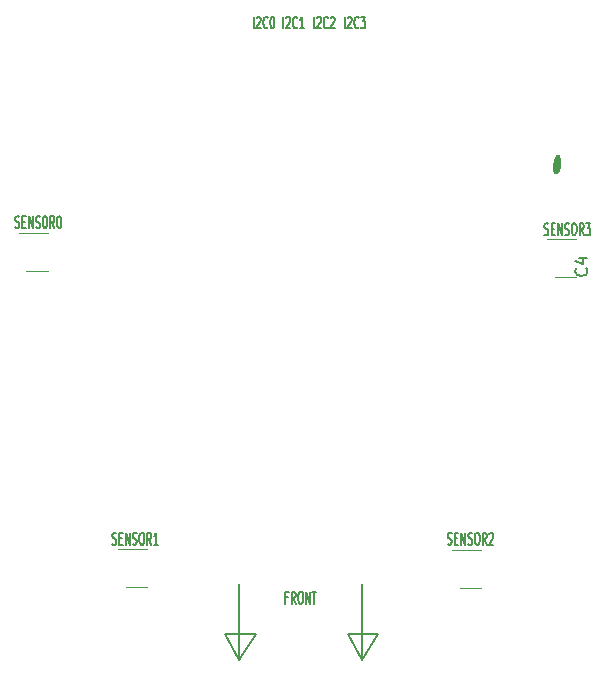
<source format=gbr>
G04 #@! TF.GenerationSoftware,KiCad,Pcbnew,5.1.2-f72e74a~84~ubuntu18.04.1*
G04 #@! TF.CreationDate,2019-09-23T03:00:40+02:00*
G04 #@! TF.ProjectId,roboy_3.0_40mm_ball_sensor,726f626f-795f-4332-9e30-5f34306d6d5f,rev?*
G04 #@! TF.SameCoordinates,Original*
G04 #@! TF.FileFunction,Legend,Top*
G04 #@! TF.FilePolarity,Positive*
%FSLAX46Y46*%
G04 Gerber Fmt 4.6, Leading zero omitted, Abs format (unit mm)*
G04 Created by KiCad (PCBNEW 5.1.2-f72e74a~84~ubuntu18.04.1) date 2019-09-23 03:00:40*
%MOMM*%
%LPD*%
G04 APERTURE LIST*
%ADD10C,0.200000*%
%ADD11C,0.150000*%
%ADD12C,0.120000*%
%ADD13C,0.010000*%
G04 APERTURE END LIST*
D10*
X156600000Y-124800000D02*
X154000000Y-124800000D01*
X155200000Y-120600000D02*
X155200000Y-127000000D01*
X155200000Y-127000000D02*
X156600000Y-124800000D01*
X154000000Y-124800000D02*
X155200000Y-127000000D01*
D11*
X159328571Y-121728571D02*
X159128571Y-121728571D01*
X159128571Y-122252380D02*
X159128571Y-121252380D01*
X159414285Y-121252380D01*
X159985714Y-122252380D02*
X159785714Y-121776190D01*
X159642857Y-122252380D02*
X159642857Y-121252380D01*
X159871428Y-121252380D01*
X159928571Y-121300000D01*
X159957142Y-121347619D01*
X159985714Y-121442857D01*
X159985714Y-121585714D01*
X159957142Y-121680952D01*
X159928571Y-121728571D01*
X159871428Y-121776190D01*
X159642857Y-121776190D01*
X160357142Y-121252380D02*
X160471428Y-121252380D01*
X160528571Y-121300000D01*
X160585714Y-121395238D01*
X160614285Y-121585714D01*
X160614285Y-121919047D01*
X160585714Y-122109523D01*
X160528571Y-122204761D01*
X160471428Y-122252380D01*
X160357142Y-122252380D01*
X160300000Y-122204761D01*
X160242857Y-122109523D01*
X160214285Y-121919047D01*
X160214285Y-121585714D01*
X160242857Y-121395238D01*
X160300000Y-121300000D01*
X160357142Y-121252380D01*
X160871428Y-122252380D02*
X160871428Y-121252380D01*
X161214285Y-122252380D01*
X161214285Y-121252380D01*
X161414285Y-121252380D02*
X161757142Y-121252380D01*
X161585714Y-122252380D02*
X161585714Y-121252380D01*
D10*
X164400000Y-124800000D02*
X165600000Y-127000000D01*
X167000000Y-124800000D02*
X164400000Y-124800000D01*
X165600000Y-127000000D02*
X167000000Y-124800000D01*
X165600000Y-120600000D02*
X165600000Y-127000000D01*
D11*
X181057142Y-91004761D02*
X181142857Y-91052380D01*
X181285714Y-91052380D01*
X181342857Y-91004761D01*
X181371428Y-90957142D01*
X181400000Y-90861904D01*
X181400000Y-90766666D01*
X181371428Y-90671428D01*
X181342857Y-90623809D01*
X181285714Y-90576190D01*
X181171428Y-90528571D01*
X181114285Y-90480952D01*
X181085714Y-90433333D01*
X181057142Y-90338095D01*
X181057142Y-90242857D01*
X181085714Y-90147619D01*
X181114285Y-90100000D01*
X181171428Y-90052380D01*
X181314285Y-90052380D01*
X181400000Y-90100000D01*
X181657142Y-90528571D02*
X181857142Y-90528571D01*
X181942857Y-91052380D02*
X181657142Y-91052380D01*
X181657142Y-90052380D01*
X181942857Y-90052380D01*
X182200000Y-91052380D02*
X182200000Y-90052380D01*
X182542857Y-91052380D01*
X182542857Y-90052380D01*
X182800000Y-91004761D02*
X182885714Y-91052380D01*
X183028571Y-91052380D01*
X183085714Y-91004761D01*
X183114285Y-90957142D01*
X183142857Y-90861904D01*
X183142857Y-90766666D01*
X183114285Y-90671428D01*
X183085714Y-90623809D01*
X183028571Y-90576190D01*
X182914285Y-90528571D01*
X182857142Y-90480952D01*
X182828571Y-90433333D01*
X182800000Y-90338095D01*
X182800000Y-90242857D01*
X182828571Y-90147619D01*
X182857142Y-90100000D01*
X182914285Y-90052380D01*
X183057142Y-90052380D01*
X183142857Y-90100000D01*
X183514285Y-90052380D02*
X183628571Y-90052380D01*
X183685714Y-90100000D01*
X183742857Y-90195238D01*
X183771428Y-90385714D01*
X183771428Y-90719047D01*
X183742857Y-90909523D01*
X183685714Y-91004761D01*
X183628571Y-91052380D01*
X183514285Y-91052380D01*
X183457142Y-91004761D01*
X183400000Y-90909523D01*
X183371428Y-90719047D01*
X183371428Y-90385714D01*
X183400000Y-90195238D01*
X183457142Y-90100000D01*
X183514285Y-90052380D01*
X184371428Y-91052380D02*
X184171428Y-90576190D01*
X184028571Y-91052380D02*
X184028571Y-90052380D01*
X184257142Y-90052380D01*
X184314285Y-90100000D01*
X184342857Y-90147619D01*
X184371428Y-90242857D01*
X184371428Y-90385714D01*
X184342857Y-90480952D01*
X184314285Y-90528571D01*
X184257142Y-90576190D01*
X184028571Y-90576190D01*
X184571428Y-90052380D02*
X184942857Y-90052380D01*
X184742857Y-90433333D01*
X184828571Y-90433333D01*
X184885714Y-90480952D01*
X184914285Y-90528571D01*
X184942857Y-90623809D01*
X184942857Y-90861904D01*
X184914285Y-90957142D01*
X184885714Y-91004761D01*
X184828571Y-91052380D01*
X184657142Y-91052380D01*
X184600000Y-91004761D01*
X184571428Y-90957142D01*
X172857142Y-117204761D02*
X172942857Y-117252380D01*
X173085714Y-117252380D01*
X173142857Y-117204761D01*
X173171428Y-117157142D01*
X173200000Y-117061904D01*
X173200000Y-116966666D01*
X173171428Y-116871428D01*
X173142857Y-116823809D01*
X173085714Y-116776190D01*
X172971428Y-116728571D01*
X172914285Y-116680952D01*
X172885714Y-116633333D01*
X172857142Y-116538095D01*
X172857142Y-116442857D01*
X172885714Y-116347619D01*
X172914285Y-116300000D01*
X172971428Y-116252380D01*
X173114285Y-116252380D01*
X173200000Y-116300000D01*
X173457142Y-116728571D02*
X173657142Y-116728571D01*
X173742857Y-117252380D02*
X173457142Y-117252380D01*
X173457142Y-116252380D01*
X173742857Y-116252380D01*
X174000000Y-117252380D02*
X174000000Y-116252380D01*
X174342857Y-117252380D01*
X174342857Y-116252380D01*
X174600000Y-117204761D02*
X174685714Y-117252380D01*
X174828571Y-117252380D01*
X174885714Y-117204761D01*
X174914285Y-117157142D01*
X174942857Y-117061904D01*
X174942857Y-116966666D01*
X174914285Y-116871428D01*
X174885714Y-116823809D01*
X174828571Y-116776190D01*
X174714285Y-116728571D01*
X174657142Y-116680952D01*
X174628571Y-116633333D01*
X174600000Y-116538095D01*
X174600000Y-116442857D01*
X174628571Y-116347619D01*
X174657142Y-116300000D01*
X174714285Y-116252380D01*
X174857142Y-116252380D01*
X174942857Y-116300000D01*
X175314285Y-116252380D02*
X175428571Y-116252380D01*
X175485714Y-116300000D01*
X175542857Y-116395238D01*
X175571428Y-116585714D01*
X175571428Y-116919047D01*
X175542857Y-117109523D01*
X175485714Y-117204761D01*
X175428571Y-117252380D01*
X175314285Y-117252380D01*
X175257142Y-117204761D01*
X175200000Y-117109523D01*
X175171428Y-116919047D01*
X175171428Y-116585714D01*
X175200000Y-116395238D01*
X175257142Y-116300000D01*
X175314285Y-116252380D01*
X176171428Y-117252380D02*
X175971428Y-116776190D01*
X175828571Y-117252380D02*
X175828571Y-116252380D01*
X176057142Y-116252380D01*
X176114285Y-116300000D01*
X176142857Y-116347619D01*
X176171428Y-116442857D01*
X176171428Y-116585714D01*
X176142857Y-116680952D01*
X176114285Y-116728571D01*
X176057142Y-116776190D01*
X175828571Y-116776190D01*
X176400000Y-116347619D02*
X176428571Y-116300000D01*
X176485714Y-116252380D01*
X176628571Y-116252380D01*
X176685714Y-116300000D01*
X176714285Y-116347619D01*
X176742857Y-116442857D01*
X176742857Y-116538095D01*
X176714285Y-116680952D01*
X176371428Y-117252380D01*
X176742857Y-117252380D01*
X144457142Y-117204761D02*
X144542857Y-117252380D01*
X144685714Y-117252380D01*
X144742857Y-117204761D01*
X144771428Y-117157142D01*
X144800000Y-117061904D01*
X144800000Y-116966666D01*
X144771428Y-116871428D01*
X144742857Y-116823809D01*
X144685714Y-116776190D01*
X144571428Y-116728571D01*
X144514285Y-116680952D01*
X144485714Y-116633333D01*
X144457142Y-116538095D01*
X144457142Y-116442857D01*
X144485714Y-116347619D01*
X144514285Y-116300000D01*
X144571428Y-116252380D01*
X144714285Y-116252380D01*
X144800000Y-116300000D01*
X145057142Y-116728571D02*
X145257142Y-116728571D01*
X145342857Y-117252380D02*
X145057142Y-117252380D01*
X145057142Y-116252380D01*
X145342857Y-116252380D01*
X145600000Y-117252380D02*
X145600000Y-116252380D01*
X145942857Y-117252380D01*
X145942857Y-116252380D01*
X146200000Y-117204761D02*
X146285714Y-117252380D01*
X146428571Y-117252380D01*
X146485714Y-117204761D01*
X146514285Y-117157142D01*
X146542857Y-117061904D01*
X146542857Y-116966666D01*
X146514285Y-116871428D01*
X146485714Y-116823809D01*
X146428571Y-116776190D01*
X146314285Y-116728571D01*
X146257142Y-116680952D01*
X146228571Y-116633333D01*
X146200000Y-116538095D01*
X146200000Y-116442857D01*
X146228571Y-116347619D01*
X146257142Y-116300000D01*
X146314285Y-116252380D01*
X146457142Y-116252380D01*
X146542857Y-116300000D01*
X146914285Y-116252380D02*
X147028571Y-116252380D01*
X147085714Y-116300000D01*
X147142857Y-116395238D01*
X147171428Y-116585714D01*
X147171428Y-116919047D01*
X147142857Y-117109523D01*
X147085714Y-117204761D01*
X147028571Y-117252380D01*
X146914285Y-117252380D01*
X146857142Y-117204761D01*
X146800000Y-117109523D01*
X146771428Y-116919047D01*
X146771428Y-116585714D01*
X146800000Y-116395238D01*
X146857142Y-116300000D01*
X146914285Y-116252380D01*
X147771428Y-117252380D02*
X147571428Y-116776190D01*
X147428571Y-117252380D02*
X147428571Y-116252380D01*
X147657142Y-116252380D01*
X147714285Y-116300000D01*
X147742857Y-116347619D01*
X147771428Y-116442857D01*
X147771428Y-116585714D01*
X147742857Y-116680952D01*
X147714285Y-116728571D01*
X147657142Y-116776190D01*
X147428571Y-116776190D01*
X148342857Y-117252380D02*
X148000000Y-117252380D01*
X148171428Y-117252380D02*
X148171428Y-116252380D01*
X148114285Y-116395238D01*
X148057142Y-116490476D01*
X148000000Y-116538095D01*
X136257142Y-90404761D02*
X136342857Y-90452380D01*
X136485714Y-90452380D01*
X136542857Y-90404761D01*
X136571428Y-90357142D01*
X136600000Y-90261904D01*
X136600000Y-90166666D01*
X136571428Y-90071428D01*
X136542857Y-90023809D01*
X136485714Y-89976190D01*
X136371428Y-89928571D01*
X136314285Y-89880952D01*
X136285714Y-89833333D01*
X136257142Y-89738095D01*
X136257142Y-89642857D01*
X136285714Y-89547619D01*
X136314285Y-89500000D01*
X136371428Y-89452380D01*
X136514285Y-89452380D01*
X136600000Y-89500000D01*
X136857142Y-89928571D02*
X137057142Y-89928571D01*
X137142857Y-90452380D02*
X136857142Y-90452380D01*
X136857142Y-89452380D01*
X137142857Y-89452380D01*
X137400000Y-90452380D02*
X137400000Y-89452380D01*
X137742857Y-90452380D01*
X137742857Y-89452380D01*
X138000000Y-90404761D02*
X138085714Y-90452380D01*
X138228571Y-90452380D01*
X138285714Y-90404761D01*
X138314285Y-90357142D01*
X138342857Y-90261904D01*
X138342857Y-90166666D01*
X138314285Y-90071428D01*
X138285714Y-90023809D01*
X138228571Y-89976190D01*
X138114285Y-89928571D01*
X138057142Y-89880952D01*
X138028571Y-89833333D01*
X138000000Y-89738095D01*
X138000000Y-89642857D01*
X138028571Y-89547619D01*
X138057142Y-89500000D01*
X138114285Y-89452380D01*
X138257142Y-89452380D01*
X138342857Y-89500000D01*
X138714285Y-89452380D02*
X138828571Y-89452380D01*
X138885714Y-89500000D01*
X138942857Y-89595238D01*
X138971428Y-89785714D01*
X138971428Y-90119047D01*
X138942857Y-90309523D01*
X138885714Y-90404761D01*
X138828571Y-90452380D01*
X138714285Y-90452380D01*
X138657142Y-90404761D01*
X138600000Y-90309523D01*
X138571428Y-90119047D01*
X138571428Y-89785714D01*
X138600000Y-89595238D01*
X138657142Y-89500000D01*
X138714285Y-89452380D01*
X139571428Y-90452380D02*
X139371428Y-89976190D01*
X139228571Y-90452380D02*
X139228571Y-89452380D01*
X139457142Y-89452380D01*
X139514285Y-89500000D01*
X139542857Y-89547619D01*
X139571428Y-89642857D01*
X139571428Y-89785714D01*
X139542857Y-89880952D01*
X139514285Y-89928571D01*
X139457142Y-89976190D01*
X139228571Y-89976190D01*
X139942857Y-89452380D02*
X140000000Y-89452380D01*
X140057142Y-89500000D01*
X140085714Y-89547619D01*
X140114285Y-89642857D01*
X140142857Y-89833333D01*
X140142857Y-90071428D01*
X140114285Y-90261904D01*
X140085714Y-90357142D01*
X140057142Y-90404761D01*
X140000000Y-90452380D01*
X139942857Y-90452380D01*
X139885714Y-90404761D01*
X139857142Y-90357142D01*
X139828571Y-90261904D01*
X139800000Y-90071428D01*
X139800000Y-89833333D01*
X139828571Y-89642857D01*
X139857142Y-89547619D01*
X139885714Y-89500000D01*
X139942857Y-89452380D01*
X156428571Y-73552380D02*
X156428571Y-72552380D01*
X156685714Y-72647619D02*
X156714285Y-72600000D01*
X156771428Y-72552380D01*
X156914285Y-72552380D01*
X156971428Y-72600000D01*
X157000000Y-72647619D01*
X157028571Y-72742857D01*
X157028571Y-72838095D01*
X157000000Y-72980952D01*
X156657142Y-73552380D01*
X157028571Y-73552380D01*
X157628571Y-73457142D02*
X157600000Y-73504761D01*
X157514285Y-73552380D01*
X157457142Y-73552380D01*
X157371428Y-73504761D01*
X157314285Y-73409523D01*
X157285714Y-73314285D01*
X157257142Y-73123809D01*
X157257142Y-72980952D01*
X157285714Y-72790476D01*
X157314285Y-72695238D01*
X157371428Y-72600000D01*
X157457142Y-72552380D01*
X157514285Y-72552380D01*
X157600000Y-72600000D01*
X157628571Y-72647619D01*
X158000000Y-72552380D02*
X158057142Y-72552380D01*
X158114285Y-72600000D01*
X158142857Y-72647619D01*
X158171428Y-72742857D01*
X158200000Y-72933333D01*
X158200000Y-73171428D01*
X158171428Y-73361904D01*
X158142857Y-73457142D01*
X158114285Y-73504761D01*
X158057142Y-73552380D01*
X158000000Y-73552380D01*
X157942857Y-73504761D01*
X157914285Y-73457142D01*
X157885714Y-73361904D01*
X157857142Y-73171428D01*
X157857142Y-72933333D01*
X157885714Y-72742857D01*
X157914285Y-72647619D01*
X157942857Y-72600000D01*
X158000000Y-72552380D01*
X158928571Y-73552380D02*
X158928571Y-72552380D01*
X159185714Y-72647619D02*
X159214285Y-72600000D01*
X159271428Y-72552380D01*
X159414285Y-72552380D01*
X159471428Y-72600000D01*
X159500000Y-72647619D01*
X159528571Y-72742857D01*
X159528571Y-72838095D01*
X159500000Y-72980952D01*
X159157142Y-73552380D01*
X159528571Y-73552380D01*
X160128571Y-73457142D02*
X160100000Y-73504761D01*
X160014285Y-73552380D01*
X159957142Y-73552380D01*
X159871428Y-73504761D01*
X159814285Y-73409523D01*
X159785714Y-73314285D01*
X159757142Y-73123809D01*
X159757142Y-72980952D01*
X159785714Y-72790476D01*
X159814285Y-72695238D01*
X159871428Y-72600000D01*
X159957142Y-72552380D01*
X160014285Y-72552380D01*
X160100000Y-72600000D01*
X160128571Y-72647619D01*
X160700000Y-73552380D02*
X160357142Y-73552380D01*
X160528571Y-73552380D02*
X160528571Y-72552380D01*
X160471428Y-72695238D01*
X160414285Y-72790476D01*
X160357142Y-72838095D01*
X164128571Y-73552380D02*
X164128571Y-72552380D01*
X164385714Y-72647619D02*
X164414285Y-72600000D01*
X164471428Y-72552380D01*
X164614285Y-72552380D01*
X164671428Y-72600000D01*
X164700000Y-72647619D01*
X164728571Y-72742857D01*
X164728571Y-72838095D01*
X164700000Y-72980952D01*
X164357142Y-73552380D01*
X164728571Y-73552380D01*
X165328571Y-73457142D02*
X165300000Y-73504761D01*
X165214285Y-73552380D01*
X165157142Y-73552380D01*
X165071428Y-73504761D01*
X165014285Y-73409523D01*
X164985714Y-73314285D01*
X164957142Y-73123809D01*
X164957142Y-72980952D01*
X164985714Y-72790476D01*
X165014285Y-72695238D01*
X165071428Y-72600000D01*
X165157142Y-72552380D01*
X165214285Y-72552380D01*
X165300000Y-72600000D01*
X165328571Y-72647619D01*
X165528571Y-72552380D02*
X165900000Y-72552380D01*
X165700000Y-72933333D01*
X165785714Y-72933333D01*
X165842857Y-72980952D01*
X165871428Y-73028571D01*
X165900000Y-73123809D01*
X165900000Y-73361904D01*
X165871428Y-73457142D01*
X165842857Y-73504761D01*
X165785714Y-73552380D01*
X165614285Y-73552380D01*
X165557142Y-73504761D01*
X165528571Y-73457142D01*
X161528571Y-73552380D02*
X161528571Y-72552380D01*
X161785714Y-72647619D02*
X161814285Y-72600000D01*
X161871428Y-72552380D01*
X162014285Y-72552380D01*
X162071428Y-72600000D01*
X162100000Y-72647619D01*
X162128571Y-72742857D01*
X162128571Y-72838095D01*
X162100000Y-72980952D01*
X161757142Y-73552380D01*
X162128571Y-73552380D01*
X162728571Y-73457142D02*
X162700000Y-73504761D01*
X162614285Y-73552380D01*
X162557142Y-73552380D01*
X162471428Y-73504761D01*
X162414285Y-73409523D01*
X162385714Y-73314285D01*
X162357142Y-73123809D01*
X162357142Y-72980952D01*
X162385714Y-72790476D01*
X162414285Y-72695238D01*
X162471428Y-72600000D01*
X162557142Y-72552380D01*
X162614285Y-72552380D01*
X162700000Y-72600000D01*
X162728571Y-72647619D01*
X162957142Y-72647619D02*
X162985714Y-72600000D01*
X163042857Y-72552380D01*
X163185714Y-72552380D01*
X163242857Y-72600000D01*
X163271428Y-72647619D01*
X163300000Y-72742857D01*
X163300000Y-72838095D01*
X163271428Y-72980952D01*
X162928571Y-73552380D01*
X163300000Y-73552380D01*
D12*
X139000000Y-90840000D02*
X136550000Y-90840000D01*
X137200000Y-94060000D02*
X139000000Y-94060000D01*
X145600000Y-120810000D02*
X147400000Y-120810000D01*
X147400000Y-117590000D02*
X144950000Y-117590000D01*
X173900000Y-120910000D02*
X175700000Y-120910000D01*
X175700000Y-117690000D02*
X173250000Y-117690000D01*
D13*
G36*
X182178201Y-84229738D02*
G01*
X182198348Y-84231965D01*
X182215863Y-84235564D01*
X182231188Y-84241308D01*
X182244766Y-84249971D01*
X182257039Y-84262324D01*
X182268450Y-84279140D01*
X182279440Y-84301193D01*
X182290453Y-84329255D01*
X182301931Y-84364099D01*
X182314316Y-84406498D01*
X182328050Y-84457225D01*
X182343577Y-84517052D01*
X182344299Y-84519867D01*
X182361506Y-84592474D01*
X182375540Y-84664276D01*
X182386689Y-84737443D01*
X182395238Y-84814150D01*
X182401474Y-84896569D01*
X182405609Y-84984760D01*
X182406717Y-85018405D01*
X182407222Y-85044525D01*
X182406933Y-85065749D01*
X182405658Y-85084703D01*
X182403208Y-85104014D01*
X182399391Y-85126309D01*
X182394016Y-85154217D01*
X182392872Y-85160020D01*
X182376391Y-85238711D01*
X182358865Y-85313406D01*
X182340546Y-85383339D01*
X182321687Y-85447741D01*
X182302541Y-85505845D01*
X182283359Y-85556882D01*
X182264394Y-85600085D01*
X182245900Y-85634686D01*
X182228657Y-85659293D01*
X182217953Y-85672749D01*
X182203677Y-85691717D01*
X182187975Y-85713311D01*
X182177487Y-85728152D01*
X182151986Y-85762275D01*
X182128222Y-85789201D01*
X182106922Y-85808184D01*
X182089823Y-85818106D01*
X182077848Y-85820698D01*
X182060149Y-85822358D01*
X182045639Y-85822712D01*
X182029049Y-85821866D01*
X182013769Y-85819024D01*
X181996746Y-85813303D01*
X181974929Y-85803818D01*
X181965960Y-85799618D01*
X181943192Y-85787894D01*
X181921706Y-85775181D01*
X181904652Y-85763418D01*
X181898199Y-85757955D01*
X181875298Y-85729710D01*
X181855228Y-85691883D01*
X181837972Y-85644420D01*
X181823507Y-85587269D01*
X181814959Y-85541020D01*
X181812442Y-85523764D01*
X181810422Y-85505587D01*
X181808848Y-85485174D01*
X181807672Y-85461208D01*
X181806843Y-85432375D01*
X181806312Y-85397359D01*
X181806029Y-85354844D01*
X181805945Y-85303516D01*
X181805945Y-85302260D01*
X181806068Y-85245778D01*
X181806514Y-85197431D01*
X181807403Y-85155192D01*
X181808857Y-85117037D01*
X181810997Y-85080942D01*
X181813942Y-85044882D01*
X181817814Y-85006833D01*
X181822734Y-84964769D01*
X181828823Y-84916667D01*
X181829068Y-84914778D01*
X181838126Y-84857754D01*
X181850976Y-84795299D01*
X181867031Y-84729301D01*
X181885706Y-84661648D01*
X181906413Y-84594227D01*
X181928565Y-84528927D01*
X181951577Y-84467635D01*
X181974862Y-84412239D01*
X181997832Y-84364626D01*
X182003030Y-84354937D01*
X182030897Y-84310835D01*
X182061983Y-84273517D01*
X182062588Y-84272896D01*
X182085380Y-84251619D01*
X182106068Y-84237902D01*
X182127763Y-84230583D01*
X182153575Y-84228502D01*
X182178201Y-84229738D01*
X182178201Y-84229738D01*
G37*
X182178201Y-84229738D02*
X182198348Y-84231965D01*
X182215863Y-84235564D01*
X182231188Y-84241308D01*
X182244766Y-84249971D01*
X182257039Y-84262324D01*
X182268450Y-84279140D01*
X182279440Y-84301193D01*
X182290453Y-84329255D01*
X182301931Y-84364099D01*
X182314316Y-84406498D01*
X182328050Y-84457225D01*
X182343577Y-84517052D01*
X182344299Y-84519867D01*
X182361506Y-84592474D01*
X182375540Y-84664276D01*
X182386689Y-84737443D01*
X182395238Y-84814150D01*
X182401474Y-84896569D01*
X182405609Y-84984760D01*
X182406717Y-85018405D01*
X182407222Y-85044525D01*
X182406933Y-85065749D01*
X182405658Y-85084703D01*
X182403208Y-85104014D01*
X182399391Y-85126309D01*
X182394016Y-85154217D01*
X182392872Y-85160020D01*
X182376391Y-85238711D01*
X182358865Y-85313406D01*
X182340546Y-85383339D01*
X182321687Y-85447741D01*
X182302541Y-85505845D01*
X182283359Y-85556882D01*
X182264394Y-85600085D01*
X182245900Y-85634686D01*
X182228657Y-85659293D01*
X182217953Y-85672749D01*
X182203677Y-85691717D01*
X182187975Y-85713311D01*
X182177487Y-85728152D01*
X182151986Y-85762275D01*
X182128222Y-85789201D01*
X182106922Y-85808184D01*
X182089823Y-85818106D01*
X182077848Y-85820698D01*
X182060149Y-85822358D01*
X182045639Y-85822712D01*
X182029049Y-85821866D01*
X182013769Y-85819024D01*
X181996746Y-85813303D01*
X181974929Y-85803818D01*
X181965960Y-85799618D01*
X181943192Y-85787894D01*
X181921706Y-85775181D01*
X181904652Y-85763418D01*
X181898199Y-85757955D01*
X181875298Y-85729710D01*
X181855228Y-85691883D01*
X181837972Y-85644420D01*
X181823507Y-85587269D01*
X181814959Y-85541020D01*
X181812442Y-85523764D01*
X181810422Y-85505587D01*
X181808848Y-85485174D01*
X181807672Y-85461208D01*
X181806843Y-85432375D01*
X181806312Y-85397359D01*
X181806029Y-85354844D01*
X181805945Y-85303516D01*
X181805945Y-85302260D01*
X181806068Y-85245778D01*
X181806514Y-85197431D01*
X181807403Y-85155192D01*
X181808857Y-85117037D01*
X181810997Y-85080942D01*
X181813942Y-85044882D01*
X181817814Y-85006833D01*
X181822734Y-84964769D01*
X181828823Y-84916667D01*
X181829068Y-84914778D01*
X181838126Y-84857754D01*
X181850976Y-84795299D01*
X181867031Y-84729301D01*
X181885706Y-84661648D01*
X181906413Y-84594227D01*
X181928565Y-84528927D01*
X181951577Y-84467635D01*
X181974862Y-84412239D01*
X181997832Y-84364626D01*
X182003030Y-84354937D01*
X182030897Y-84310835D01*
X182061983Y-84273517D01*
X182062588Y-84272896D01*
X182085380Y-84251619D01*
X182106068Y-84237902D01*
X182127763Y-84230583D01*
X182153575Y-84228502D01*
X182178201Y-84229738D01*
D12*
X181925001Y-94635001D02*
X183725001Y-94635001D01*
X183725001Y-91415001D02*
X181275001Y-91415001D01*
D11*
X184587142Y-93866666D02*
X184634761Y-93914285D01*
X184682380Y-94057142D01*
X184682380Y-94152380D01*
X184634761Y-94295238D01*
X184539523Y-94390476D01*
X184444285Y-94438095D01*
X184253809Y-94485714D01*
X184110952Y-94485714D01*
X183920476Y-94438095D01*
X183825238Y-94390476D01*
X183730000Y-94295238D01*
X183682380Y-94152380D01*
X183682380Y-94057142D01*
X183730000Y-93914285D01*
X183777619Y-93866666D01*
X184015714Y-93009523D02*
X184682380Y-93009523D01*
X183634761Y-93247619D02*
X184349047Y-93485714D01*
X184349047Y-92866666D01*
M02*

</source>
